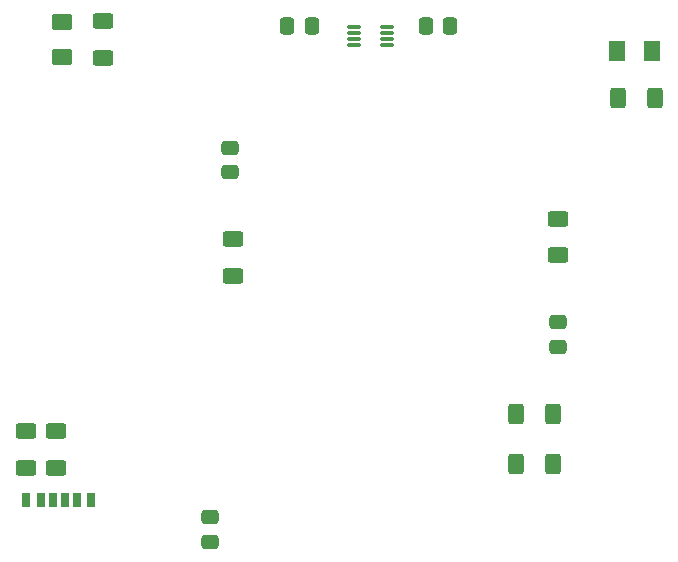
<source format=gbr>
%TF.GenerationSoftware,KiCad,Pcbnew,9.0.6*%
%TF.CreationDate,2025-11-29T13:47:23-05:00*%
%TF.ProjectId,SPI_Hat,5350495f-4861-4742-9e6b-696361645f70,rev?*%
%TF.SameCoordinates,Original*%
%TF.FileFunction,Paste,Top*%
%TF.FilePolarity,Positive*%
%FSLAX46Y46*%
G04 Gerber Fmt 4.6, Leading zero omitted, Abs format (unit mm)*
G04 Created by KiCad (PCBNEW 9.0.6) date 2025-11-29 13:47:23*
%MOMM*%
%LPD*%
G01*
G04 APERTURE LIST*
G04 Aperture macros list*
%AMRoundRect*
0 Rectangle with rounded corners*
0 $1 Rounding radius*
0 $2 $3 $4 $5 $6 $7 $8 $9 X,Y pos of 4 corners*
0 Add a 4 corners polygon primitive as box body*
4,1,4,$2,$3,$4,$5,$6,$7,$8,$9,$2,$3,0*
0 Add four circle primitives for the rounded corners*
1,1,$1+$1,$2,$3*
1,1,$1+$1,$4,$5*
1,1,$1+$1,$6,$7*
1,1,$1+$1,$8,$9*
0 Add four rect primitives between the rounded corners*
20,1,$1+$1,$2,$3,$4,$5,0*
20,1,$1+$1,$4,$5,$6,$7,0*
20,1,$1+$1,$6,$7,$8,$9,0*
20,1,$1+$1,$8,$9,$2,$3,0*%
G04 Aperture macros list end*
%ADD10RoundRect,0.250000X0.400000X0.625000X-0.400000X0.625000X-0.400000X-0.625000X0.400000X-0.625000X0*%
%ADD11RoundRect,0.250001X0.462499X0.624999X-0.462499X0.624999X-0.462499X-0.624999X0.462499X-0.624999X0*%
%ADD12R,0.700000X1.200000*%
%ADD13R,0.760000X1.200000*%
%ADD14R,0.800000X1.200000*%
%ADD15RoundRect,0.250000X-0.400000X-0.625000X0.400000X-0.625000X0.400000X0.625000X-0.400000X0.625000X0*%
%ADD16RoundRect,0.250000X-0.625000X0.400000X-0.625000X-0.400000X0.625000X-0.400000X0.625000X0.400000X0*%
%ADD17RoundRect,0.250000X0.625000X-0.400000X0.625000X0.400000X-0.625000X0.400000X-0.625000X-0.400000X0*%
%ADD18RoundRect,0.250000X0.337500X0.475000X-0.337500X0.475000X-0.337500X-0.475000X0.337500X-0.475000X0*%
%ADD19RoundRect,0.250000X0.475000X-0.337500X0.475000X0.337500X-0.475000X0.337500X-0.475000X-0.337500X0*%
%ADD20RoundRect,0.250000X-0.475000X0.337500X-0.475000X-0.337500X0.475000X-0.337500X0.475000X0.337500X0*%
%ADD21RoundRect,0.250001X-0.624999X0.462499X-0.624999X-0.462499X0.624999X-0.462499X0.624999X0.462499X0*%
%ADD22RoundRect,0.250000X-0.337500X-0.475000X0.337500X-0.475000X0.337500X0.475000X-0.337500X0.475000X0*%
%ADD23RoundRect,0.033750X0.526250X0.101250X-0.526250X0.101250X-0.526250X-0.101250X0.526250X-0.101250X0*%
G04 APERTURE END LIST*
D10*
%TO.C,R8*%
X152050000Y-117250000D03*
X148950000Y-117250000D03*
%TD*%
D11*
%TO.C,D2*%
X160487500Y-86500000D03*
X157512500Y-86500000D03*
%TD*%
D12*
%TO.C,5v_in1*%
X109750000Y-124500000D03*
D13*
X111770000Y-124500000D03*
D14*
X113000000Y-124500000D03*
D12*
X110750000Y-124500000D03*
D13*
X108730000Y-124500000D03*
D14*
X107500000Y-124500000D03*
%TD*%
D15*
%TO.C,R6*%
X157577000Y-90500000D03*
X160677000Y-90500000D03*
%TD*%
D16*
%TO.C,R1*%
X125000000Y-102450000D03*
X125000000Y-105550000D03*
%TD*%
D17*
%TO.C,R2*%
X152500000Y-103800000D03*
X152500000Y-100700000D03*
%TD*%
D16*
%TO.C,R4*%
X107500000Y-118700000D03*
X107500000Y-121800000D03*
%TD*%
D18*
%TO.C,C5*%
X143382657Y-84404749D03*
X141307657Y-84404749D03*
%TD*%
D19*
%TO.C,C2*%
X124750000Y-96750000D03*
X124750000Y-94675000D03*
%TD*%
D20*
%TO.C,C7*%
X123000000Y-125962500D03*
X123000000Y-128037500D03*
%TD*%
D15*
%TO.C,R7*%
X148950000Y-121500000D03*
X152050000Y-121500000D03*
%TD*%
D21*
%TO.C,D1*%
X110500000Y-84025000D03*
X110500000Y-87000000D03*
%TD*%
D20*
%TO.C,C1*%
X152500000Y-109462500D03*
X152500000Y-111537500D03*
%TD*%
D16*
%TO.C,R5*%
X110000000Y-118700000D03*
X110000000Y-121800000D03*
%TD*%
%TO.C,R3*%
X114000000Y-83950000D03*
X114000000Y-87050000D03*
%TD*%
D22*
%TO.C,C6*%
X129557657Y-84404749D03*
X131632657Y-84404749D03*
%TD*%
D23*
%TO.C,U4*%
X138057657Y-85990842D03*
X138057657Y-85490842D03*
X138057657Y-84990842D03*
X138057657Y-84490842D03*
X135247657Y-84490842D03*
X135247657Y-84990842D03*
X135247657Y-85490842D03*
X135247657Y-85990842D03*
%TD*%
M02*

</source>
